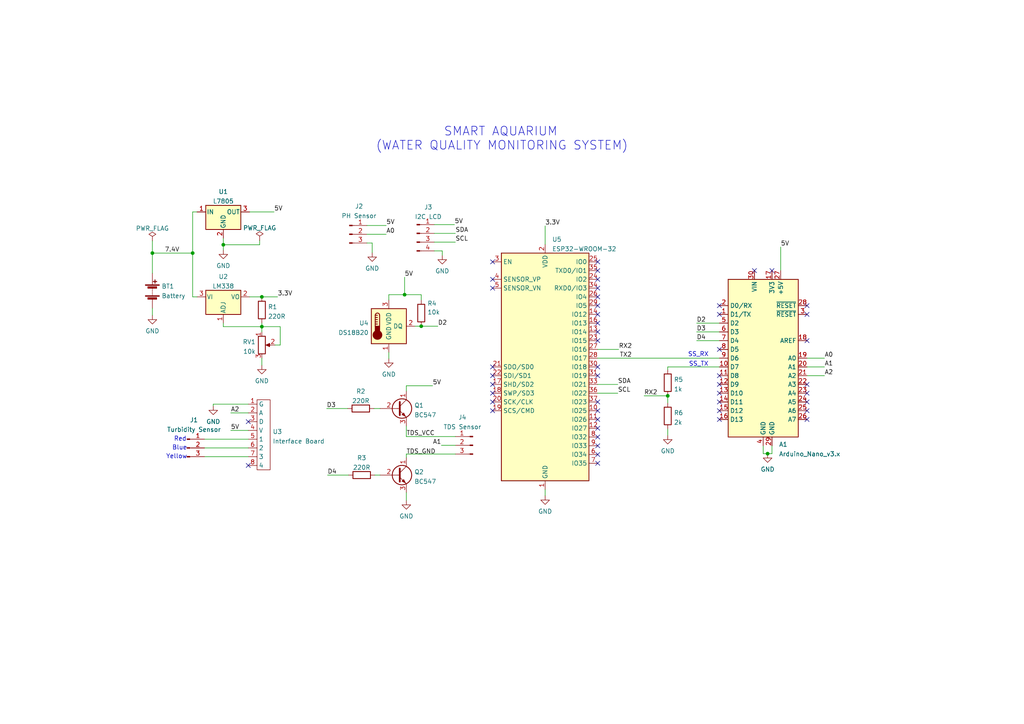
<source format=kicad_sch>
(kicad_sch (version 20211123) (generator eeschema)
  (paper "A4")
  (lib_symbols
    (symbol "Connector:Conn_01x03_Male" (pin_names (offset 1.016) hide)
      (property "Reference" "J" (at 0 5.08 0))
      (property "Value" "Conn_01x03_Male" (at 0 -5.08 0))
      (symbol "Conn_01x03_Male_1_1"
        (polyline (pts (xy 1.27 -2.54) (xy 0.8636 -2.54)) (stroke (width 0.1524)))
        (polyline (pts (xy 1.27 0) (xy 0.8636 0)) (stroke (width 0.1524)))
        (polyline (pts (xy 1.27 2.54) (xy 0.8636 2.54)) (stroke (width 0.1524)))
        (rectangle (start 0.8636 -2.413) (end 0 -2.667) (stroke (width 0.1524)) (fill (type outline)))
        (rectangle (start 0.8636 0.127) (end 0 -0.127) (stroke (width 0.1524)) (fill (type outline)))
        (rectangle (start 0.8636 2.667) (end 0 2.413) (stroke (width 0.1524)) (fill (type outline)))
        (pin passive line (at 5.08 2.54 180) (length 3.81) (name "Pin_1") (number "1"))
        (pin passive line (at 5.08 0 180) (length 3.81) (name "Pin_2") (number "2"))
        (pin passive line (at 5.08 -2.54 180) (length 3.81) (name "Pin_3") (number "3"))
      )
    )
    (symbol "Connector:Conn_01x04_Male" (pin_names (offset 1.016) hide)
      (property "Reference" "J" (at 0 5.08 0))
      (property "Value" "Conn_01x04_Male" (at 0 -7.62 0))
      (symbol "Conn_01x04_Male_1_1"
        (polyline (pts (xy 1.27 -5.08) (xy 0.8636 -5.08)) (stroke (width 0.1524)))
        (polyline (pts (xy 1.27 -2.54) (xy 0.8636 -2.54)) (stroke (width 0.1524)))
        (polyline (pts (xy 1.27 0) (xy 0.8636 0)) (stroke (width 0.1524)))
        (polyline (pts (xy 1.27 2.54) (xy 0.8636 2.54)) (stroke (width 0.1524)))
        (rectangle (start 0.8636 -4.953) (end 0 -5.207) (stroke (width 0.1524)) (fill (type outline)))
        (rectangle (start 0.8636 -2.413) (end 0 -2.667) (stroke (width 0.1524)) (fill (type outline)))
        (rectangle (start 0.8636 0.127) (end 0 -0.127) (stroke (width 0.1524)) (fill (type outline)))
        (rectangle (start 0.8636 2.667) (end 0 2.413) (stroke (width 0.1524)) (fill (type outline)))
        (pin passive line (at 5.08 2.54 180) (length 3.81) (name "Pin_1") (number "1"))
        (pin passive line (at 5.08 0 180) (length 3.81) (name "Pin_2") (number "2"))
        (pin passive line (at 5.08 -2.54 180) (length 3.81) (name "Pin_3") (number "3"))
        (pin passive line (at 5.08 -5.08 180) (length 3.81) (name "Pin_4") (number "4"))
      )
    )
    (symbol "Device:Battery" (pin_numbers hide) (pin_names (offset 0) hide)
      (property "Reference" "BT" (at 2.54 2.54 0))
      (property "Value" "Battery" (at 2.54 0 0))
      (symbol "Battery_0_1"
        (rectangle (start -2.032 -1.397) (end 2.032 -1.651) (fill (type outline)))
        (rectangle (start -2.032 1.778) (end 2.032 1.524) (fill (type outline)))
        (rectangle (start -1.3208 -1.9812) (end 1.27 -2.4892) (fill (type outline)))
        (rectangle (start -1.3208 1.1938) (end 1.27 0.6858) (fill (type outline)))
        (polyline (pts (xy 0 -1.524) (xy 0 -1.27)))
        (polyline (pts (xy 0 -1.016) (xy 0 -0.762)))
        (polyline (pts (xy 0 -0.508) (xy 0 -0.254)))
        (polyline (pts (xy 0 0) (xy 0 0.254)))
        (polyline (pts (xy 0 0.508) (xy 0 0.762)))
        (polyline (pts (xy 0 1.778) (xy 0 2.54)))
        (polyline (pts (xy 0.254 2.667) (xy 1.27 2.667)) (stroke (width 0.254)))
        (polyline (pts (xy 0.762 3.175) (xy 0.762 2.159)) (stroke (width 0.254)))
      )
      (symbol "Battery_1_1"
        (pin passive line (at 0 5.08 270) (length 2.54) (name "+") (number "1"))
        (pin passive line (at 0 -5.08 90) (length 2.54) (name "-") (number "2"))
      )
    )
    (symbol "Device:R" (pin_numbers hide) (pin_names (offset 0))
      (property "Reference" "R" (at 2.032 0 90))
      (property "Value" "R" (at 0 0 90))
      (symbol "R_0_1"
        (rectangle (start -1.016 -2.54) (end 1.016 2.54) (stroke (width 0.254)))
      )
      (symbol "R_1_1"
        (pin passive line (at 0 3.81 270) (length 1.27) (name "~") (number "1"))
        (pin passive line (at 0 -3.81 90) (length 1.27) (name "~") (number "2"))
      )
    )
    (symbol "Device:R_Potentiometer" (pin_names (offset 1.016) hide)
      (property "Reference" "RV" (at -4.445 0 90))
      (property "Value" "R_Potentiometer" (at -2.54 0 90))
      (symbol "R_Potentiometer_0_1"
        (polyline (pts (xy 2.54 0) (xy 1.524 0)))
        (polyline (pts (xy 1.143 0) (xy 2.286 0.508) (xy 2.286 -0.508) (xy 1.143 0)) (fill (type outline)))
        (rectangle (start 1.016 2.54) (end -1.016 -2.54) (stroke (width 0.254)))
      )
      (symbol "R_Potentiometer_1_1"
        (pin passive line (at 0 3.81 270) (length 1.27) (name "1") (number "1"))
        (pin passive line (at 3.81 0 180) (length 1.27) (name "2") (number "2"))
        (pin passive line (at 0 -3.81 90) (length 1.27) (name "3") (number "3"))
      )
    )
    (symbol "MCU_Module:Arduino_Nano_v3.x"
      (property "Reference" "A" (at -10.16 23.495 0))
      (property "Value" "Arduino_Nano_v3.x" (at 5.08 -24.13 0))
      (symbol "Arduino_Nano_v3.x_0_1"
        (rectangle (start -10.16 22.86) (end 10.16 -22.86) (stroke (width 0.254)) (fill (type background)))
      )
      (symbol "Arduino_Nano_v3.x_1_1"
        (pin bidirectional line (at -12.7 12.7 0) (length 2.54) (name "D1/TX") (number "1"))
        (pin bidirectional line (at -12.7 -2.54 0) (length 2.54) (name "D7") (number "10"))
        (pin bidirectional line (at -12.7 -5.08 0) (length 2.54) (name "D8") (number "11"))
        (pin bidirectional line (at -12.7 -7.62 0) (length 2.54) (name "D9") (number "12"))
        (pin bidirectional line (at -12.7 -10.16 0) (length 2.54) (name "D10") (number "13"))
        (pin bidirectional line (at -12.7 -12.7 0) (length 2.54) (name "D11") (number "14"))
        (pin bidirectional line (at -12.7 -15.24 0) (length 2.54) (name "D12") (number "15"))
        (pin bidirectional line (at -12.7 -17.78 0) (length 2.54) (name "D13") (number "16"))
        (pin power_out line (at 2.54 25.4 270) (length 2.54) (name "3V3") (number "17"))
        (pin input line (at 12.7 5.08 180) (length 2.54) (name "AREF") (number "18"))
        (pin bidirectional line (at 12.7 0 180) (length 2.54) (name "A0") (number "19"))
        (pin bidirectional line (at -12.7 15.24 0) (length 2.54) (name "D0/RX") (number "2"))
        (pin bidirectional line (at 12.7 -2.54 180) (length 2.54) (name "A1") (number "20"))
        (pin bidirectional line (at 12.7 -5.08 180) (length 2.54) (name "A2") (number "21"))
        (pin bidirectional line (at 12.7 -7.62 180) (length 2.54) (name "A3") (number "22"))
        (pin bidirectional line (at 12.7 -10.16 180) (length 2.54) (name "A4") (number "23"))
        (pin bidirectional line (at 12.7 -12.7 180) (length 2.54) (name "A5") (number "24"))
        (pin bidirectional line (at 12.7 -15.24 180) (length 2.54) (name "A6") (number "25"))
        (pin bidirectional line (at 12.7 -17.78 180) (length 2.54) (name "A7") (number "26"))
        (pin power_out line (at 5.08 25.4 270) (length 2.54) (name "+5V") (number "27"))
        (pin input line (at 12.7 15.24 180) (length 2.54) (name "~{RESET}") (number "28"))
        (pin power_in line (at 2.54 -25.4 90) (length 2.54) (name "GND") (number "29"))
        (pin input line (at 12.7 12.7 180) (length 2.54) (name "~{RESET}") (number "3"))
        (pin power_in line (at -2.54 25.4 270) (length 2.54) (name "VIN") (number "30"))
        (pin power_in line (at 0 -25.4 90) (length 2.54) (name "GND") (number "4"))
        (pin bidirectional line (at -12.7 10.16 0) (length 2.54) (name "D2") (number "5"))
        (pin bidirectional line (at -12.7 7.62 0) (length 2.54) (name "D3") (number "6"))
        (pin bidirectional line (at -12.7 5.08 0) (length 2.54) (name "D4") (number "7"))
        (pin bidirectional line (at -12.7 2.54 0) (length 2.54) (name "D5") (number "8"))
        (pin bidirectional line (at -12.7 0 0) (length 2.54) (name "D6") (number "9"))
      )
    )
    (symbol "RF_Module:ESP32-WROOM-32"
      (property "Reference" "U" (at -12.7 34.29 0))
      (property "Value" "ESP32-WROOM-32" (at 1.27 34.29 0))
      (symbol "ESP32-WROOM-32_0_1"
        (rectangle (start -12.7 33.02) (end 12.7 -33.02) (stroke (width 0.254)) (fill (type background)))
      )
      (symbol "ESP32-WROOM-32_1_1"
        (pin power_in line (at 0 -35.56 90) (length 2.54) (name "GND") (number "1"))
        (pin bidirectional line (at 15.24 -12.7 180) (length 2.54) (name "IO25") (number "10"))
        (pin bidirectional line (at 15.24 -15.24 180) (length 2.54) (name "IO26") (number "11"))
        (pin bidirectional line (at 15.24 -17.78 180) (length 2.54) (name "IO27") (number "12"))
        (pin bidirectional line (at 15.24 10.16 180) (length 2.54) (name "IO14") (number "13"))
        (pin bidirectional line (at 15.24 15.24 180) (length 2.54) (name "IO12") (number "14"))
        (pin passive line (at 0 -35.56 90) (length 2.54) hide (name "GND") (number "15"))
        (pin bidirectional line (at 15.24 12.7 180) (length 2.54) (name "IO13") (number "16"))
        (pin bidirectional line (at -15.24 -5.08 0) (length 2.54) (name "SHD/SD2") (number "17"))
        (pin bidirectional line (at -15.24 -7.62 0) (length 2.54) (name "SWP/SD3") (number "18"))
        (pin bidirectional line (at -15.24 -12.7 0) (length 2.54) (name "SCS/CMD") (number "19"))
        (pin power_in line (at 0 35.56 270) (length 2.54) (name "VDD") (number "2"))
        (pin bidirectional line (at -15.24 -10.16 0) (length 2.54) (name "SCK/CLK") (number "20"))
        (pin bidirectional line (at -15.24 0 0) (length 2.54) (name "SDO/SD0") (number "21"))
        (pin bidirectional line (at -15.24 -2.54 0) (length 2.54) (name "SDI/SD1") (number "22"))
        (pin bidirectional line (at 15.24 7.62 180) (length 2.54) (name "IO15") (number "23"))
        (pin bidirectional line (at 15.24 25.4 180) (length 2.54) (name "IO2") (number "24"))
        (pin bidirectional line (at 15.24 30.48 180) (length 2.54) (name "IO0") (number "25"))
        (pin bidirectional line (at 15.24 20.32 180) (length 2.54) (name "IO4") (number "26"))
        (pin bidirectional line (at 15.24 5.08 180) (length 2.54) (name "IO16") (number "27"))
        (pin bidirectional line (at 15.24 2.54 180) (length 2.54) (name "IO17") (number "28"))
        (pin bidirectional line (at 15.24 17.78 180) (length 2.54) (name "IO5") (number "29"))
        (pin input line (at -15.24 30.48 0) (length 2.54) (name "EN") (number "3"))
        (pin bidirectional line (at 15.24 0 180) (length 2.54) (name "IO18") (number "30"))
        (pin bidirectional line (at 15.24 -2.54 180) (length 2.54) (name "IO19") (number "31"))
        (pin no_connect line (at -12.7 -27.94 0) (length 2.54) hide (name "NC") (number "32"))
        (pin bidirectional line (at 15.24 -5.08 180) (length 2.54) (name "IO21") (number "33"))
        (pin bidirectional line (at 15.24 22.86 180) (length 2.54) (name "RXD0/IO3") (number "34"))
        (pin bidirectional line (at 15.24 27.94 180) (length 2.54) (name "TXD0/IO1") (number "35"))
        (pin bidirectional line (at 15.24 -7.62 180) (length 2.54) (name "IO22") (number "36"))
        (pin bidirectional line (at 15.24 -10.16 180) (length 2.54) (name "IO23") (number "37"))
        (pin passive line (at 0 -35.56 90) (length 2.54) hide (name "GND") (number "38"))
        (pin passive line (at 0 -35.56 90) (length 2.54) hide (name "GND") (number "39"))
        (pin input line (at -15.24 25.4 0) (length 2.54) (name "SENSOR_VP") (number "4"))
        (pin input line (at -15.24 22.86 0) (length 2.54) (name "SENSOR_VN") (number "5"))
        (pin input line (at 15.24 -25.4 180) (length 2.54) (name "IO34") (number "6"))
        (pin input line (at 15.24 -27.94 180) (length 2.54) (name "IO35") (number "7"))
        (pin bidirectional line (at 15.24 -20.32 180) (length 2.54) (name "IO32") (number "8"))
        (pin bidirectional line (at 15.24 -22.86 180) (length 2.54) (name "IO33") (number "9"))
      )
    )
    (symbol "Regulator_Linear:L7805" (pin_names (offset 0.254))
      (property "Reference" "U" (at -3.81 3.175 0))
      (property "Value" "L7805" (at 0 3.175 0))
      (symbol "L7805_0_1"
        (rectangle (start -5.08 1.905) (end 5.08 -5.08) (stroke (width 0.254)) (fill (type background)))
      )
      (symbol "L7805_1_1"
        (pin power_in line (at -7.62 0 0) (length 2.54) (name "IN") (number "1"))
        (pin power_in line (at 0 -7.62 90) (length 2.54) (name "GND") (number "2"))
        (pin power_out line (at 7.62 0 180) (length 2.54) (name "OUT") (number "3"))
      )
    )
    (symbol "Regulator_Linear:LM317_TO-220" (pin_names (offset 0.254))
      (property "Reference" "U" (at -3.81 3.175 0))
      (property "Value" "LM317_TO-220" (at 0 3.175 0))
      (symbol "LM317_TO-220_0_1"
        (rectangle (start -5.08 1.905) (end 5.08 -5.08) (stroke (width 0.254)) (fill (type background)))
      )
      (symbol "LM317_TO-220_1_1"
        (pin input line (at 0 -7.62 90) (length 2.54) (name "ADJ") (number "1"))
        (pin power_out line (at 7.62 0 180) (length 2.54) (name "VO") (number "2"))
        (pin power_in line (at -7.62 0 0) (length 2.54) (name "VI") (number "3"))
      )
    )
    (symbol "Sensor_Temperature:DS18B20" (pin_names (offset 1.016))
      (property "Reference" "U" (at -3.81 6.35 0))
      (property "Value" "DS18B20" (at 6.35 6.35 0))
      (symbol "DS18B20_0_1"
        (rectangle (start -5.08 5.08) (end 5.08 -5.08) (stroke (width 0.254)) (fill (type background)))
        (circle (center -3.302 -2.54) (radius 1.27) (stroke (width 0.254)) (fill (type outline)))
        (rectangle (start -2.667 -1.905) (end -3.937 0) (stroke (width 0.254)) (fill (type outline)))
        (arc (start -2.667 3.175) (mid -3.302 3.81) (end -3.937 3.175) (stroke (width 0.254)))
        (polyline (pts (xy -3.937 0.635) (xy -3.302 0.635)) (stroke (width 0.254)))
        (polyline (pts (xy -3.937 1.27) (xy -3.302 1.27)) (stroke (width 0.254)))
        (polyline (pts (xy -3.937 1.905) (xy -3.302 1.905)) (stroke (width 0.254)))
        (polyline (pts (xy -3.937 2.54) (xy -3.302 2.54)) (stroke (width 0.254)))
        (polyline (pts (xy -3.937 3.175) (xy -3.937 0)) (stroke (width 0.254)))
        (polyline (pts (xy -3.937 3.175) (xy -3.302 3.175)) (stroke (width 0.254)))
        (polyline (pts (xy -2.667 3.175) (xy -2.667 0)) (stroke (width 0.254)))
      )
      (symbol "DS18B20_1_1"
        (pin power_in line (at 0 -7.62 90) (length 2.54) (name "GND") (number "1"))
        (pin bidirectional line (at 7.62 0 180) (length 2.54) (name "DQ") (number "2"))
        (pin power_in line (at 0 7.62 270) (length 2.54) (name "VDD") (number "3"))
      )
    )
    (symbol "Transistor_BJT:BC547" (pin_names (offset 0) hide)
      (property "Reference" "Q" (at 5.08 1.905 0))
      (property "Value" "BC547" (at 5.08 0 0))
      (symbol "BC547_0_1"
        (polyline (pts (xy 0 0) (xy 0.635 0)))
        (polyline (pts (xy 0.635 0.635) (xy 2.54 2.54)))
        (polyline (pts (xy 0.635 -0.635) (xy 2.54 -2.54) (xy 2.54 -2.54)))
        (polyline (pts (xy 0.635 1.905) (xy 0.635 -1.905) (xy 0.635 -1.905)) (stroke (width 0.508)))
        (polyline (pts (xy 1.27 -1.778) (xy 1.778 -1.27) (xy 2.286 -2.286) (xy 1.27 -1.778) (xy 1.27 -1.778)) (fill (type outline)))
        (circle (center 1.27 0) (radius 2.8194) (stroke (width 0.254)))
      )
      (symbol "BC547_1_1"
        (pin passive line (at 2.54 5.08 270) (length 2.54) (name "C") (number "1"))
        (pin input line (at -5.08 0 0) (length 5.08) (name "B") (number "2"))
        (pin passive line (at 2.54 -5.08 90) (length 2.54) (name "E") (number "3"))
      )
    )
    (symbol "Turbidity_Interface_Board:TIB"
      (property "Reference" "U" (at 0 4.445 0))
      (property "Value" "TIB" (at 0 2.54 0))
      (symbol "TIB_0_1"
        (rectangle (start -5.715 0) (end 14.605 -3.81) (stroke (width 0.1524)))
      )
      (symbol "TIB_1_1"
        (pin power_in line (at -4.445 -6.35 90) (length 2.54) (name "G") (number "1"))
        (pin output line (at -1.905 -6.35 90) (length 2.54) (name "A") (number "2"))
        (pin output line (at 0.635 -6.35 90) (length 2.54) (name "D") (number "3"))
        (pin power_in line (at 3.175 -6.35 90) (length 2.54) (name "V") (number "4"))
        (pin bidirectional line (at 5.715 -6.35 90) (length 2.54) (name "1") (number "5"))
        (pin bidirectional line (at 8.255 -6.35 90) (length 2.54) (name "2") (number "6"))
        (pin bidirectional line (at 10.795 -6.35 90) (length 2.54) (name "3") (number "7"))
        (pin bidirectional line (at 13.335 -6.35 90) (length 2.54) (name "4") (number "8"))
      )
    )
    (symbol "power:GND" (power) (pin_names (offset 0))
      (property "Value" "GND" (at 0 -3.81 0))
      (symbol "GND_0_1"
        (polyline (pts (xy 0 0) (xy 0 -1.27) (xy 1.27 -1.27) (xy 0 -2.54) (xy -1.27 -1.27) (xy 0 -1.27)))
      )
      (symbol "GND_1_1"
        (pin power_in line (at 0 0 270) (length 0) hide (name "GND") (number "1"))
      )
    )
    (symbol "power:PWR_FLAG" (power) (pin_numbers hide) (pin_names (offset 0) hide)
      (property "Value" "PWR_FLAG" (at 0 3.81 0))
      (symbol "PWR_FLAG_0_0"
        (pin power_out line (at 0 0 90) (length 0) (name "pwr") (number "1"))
      )
      (symbol "PWR_FLAG_0_1"
        (polyline (pts (xy 0 0) (xy 0 1.27) (xy -1.016 1.905) (xy 0 2.54) (xy 1.016 1.905) (xy 0 1.27)))
      )
    )
  )
  (junction (at 75.946 94.742))
  (junction (at 44.196 73.406))
  (junction (at 122.174 94.615))
  (junction (at 75.946 86.106))
  (junction (at 64.77 70.993))
  (junction (at 117.348 85.471))
  (junction (at 55.88 73.406))
  (junction (at 222.631 131.572))
  (junction (at 193.675 114.808))
  (no_connect (at 208.661 108.966))
  (no_connect (at 208.661 111.506))
  (no_connect (at 208.661 116.586))
  (no_connect (at 208.661 114.046))
  (no_connect (at 208.661 121.666))
  (no_connect (at 208.661 119.126))
  (no_connect (at 234.061 98.806))
  (no_connect (at 234.061 91.186))
  (no_connect (at 234.061 88.646))
  (no_connect (at 234.061 119.126))
  (no_connect (at 234.061 114.046))
  (no_connect (at 234.061 116.586))
  (no_connect (at 234.061 111.506))
  (no_connect (at 234.061 121.666))
  (no_connect (at 142.875 75.946))
  (no_connect (at 142.875 81.026))
  (no_connect (at 142.875 83.566))
  (no_connect (at 142.875 111.506))
  (no_connect (at 142.875 108.966))
  (no_connect (at 142.875 106.426))
  (no_connect (at 173.355 88.646))
  (no_connect (at 173.355 83.566))
  (no_connect (at 173.355 78.486))
  (no_connect (at 173.355 81.026))
  (no_connect (at 173.355 86.106))
  (no_connect (at 173.355 75.946))
  (no_connect (at 173.355 91.186))
  (no_connect (at 208.661 88.646))
  (no_connect (at 218.821 78.486))
  (no_connect (at 223.901 78.486))
  (no_connect (at 173.355 108.966))
  (no_connect (at 173.355 96.266))
  (no_connect (at 173.355 106.426))
  (no_connect (at 173.355 98.806))
  (no_connect (at 173.355 93.726))
  (no_connect (at 173.355 131.826))
  (no_connect (at 173.355 126.746))
  (no_connect (at 173.355 134.366))
  (no_connect (at 173.355 129.286))
  (no_connect (at 173.355 119.126))
  (no_connect (at 173.355 116.586))
  (no_connect (at 173.355 121.666))
  (no_connect (at 173.355 124.206))
  (no_connect (at 142.875 119.126))
  (no_connect (at 142.875 114.046))
  (no_connect (at 142.875 116.586))
  (no_connect (at 72.009 135.001))
  (no_connect (at 72.009 122.301))
  (no_connect (at 208.661 91.186))
  (no_connect (at 208.661 101.346))
  (wire (pts (xy 125.984 67.691) (xy 132.08 67.691)))
  (wire (pts (xy 44.196 69.85) (xy 44.196 73.406)))
  (wire (pts (xy 117.856 111.887) (xy 125.476 111.887)))
  (wire (pts (xy 158.115 65.532) (xy 158.115 70.866)))
  (wire (pts (xy 61.849 117.729) (xy 61.849 117.221)))
  (wire (pts (xy 64.77 69.088) (xy 64.77 70.993)))
  (wire (pts (xy 193.675 114.808) (xy 193.675 116.84)))
  (wire (pts (xy 117.348 85.471) (xy 122.174 85.471)))
  (wire (pts (xy 221.361 129.286) (xy 221.361 131.572)))
  (wire (pts (xy 106.426 65.405) (xy 112.014 65.405)))
  (wire (pts (xy 55.88 73.406) (xy 55.88 86.106)))
  (wire (pts (xy 125.984 72.771) (xy 128.27 72.771)))
  (wire (pts (xy 234.061 106.426) (xy 239.141 106.426)))
  (wire (pts (xy 108.712 137.795) (xy 110.236 137.795)))
  (wire (pts (xy 59.309 132.461) (xy 72.009 132.461)))
  (wire (pts (xy 64.77 70.993) (xy 64.77 72.517)))
  (wire (pts (xy 128.27 72.771) (xy 128.27 74.041)))
  (wire (pts (xy 81.28 100.076) (xy 81.28 94.742)))
  (wire (pts (xy 66.929 124.841) (xy 72.009 124.841)))
  (wire (pts (xy 186.817 114.808) (xy 193.675 114.808)))
  (wire (pts (xy 44.196 89.408) (xy 44.196 91.44)))
  (wire (pts (xy 61.849 117.221) (xy 72.009 117.221)))
  (wire (pts (xy 75.311 69.723) (xy 75.311 70.993)))
  (wire (pts (xy 202.057 98.806) (xy 208.661 98.806)))
  (wire (pts (xy 125.984 70.231) (xy 132.08 70.231)))
  (wire (pts (xy 223.901 129.286) (xy 223.901 131.572)))
  (wire (pts (xy 117.856 113.411) (xy 117.856 111.887)))
  (wire (pts (xy 193.675 124.46) (xy 193.675 126.238)))
  (wire (pts (xy 81.28 94.742) (xy 75.946 94.742)))
  (wire (pts (xy 223.901 131.572) (xy 222.631 131.572)))
  (wire (pts (xy 75.946 93.726) (xy 75.946 94.742)))
  (wire (pts (xy 234.061 108.966) (xy 239.141 108.966)))
  (wire (pts (xy 226.441 71.628) (xy 226.441 78.486)))
  (wire (pts (xy 59.309 127.381) (xy 72.009 127.381)))
  (wire (pts (xy 112.776 86.995) (xy 112.776 85.471)))
  (wire (pts (xy 173.355 101.346) (xy 179.451 101.346)))
  (wire (pts (xy 64.77 93.726) (xy 64.77 94.742)))
  (wire (pts (xy 55.88 61.468) (xy 55.88 73.406)))
  (wire (pts (xy 122.174 85.471) (xy 122.174 86.995)))
  (wire (pts (xy 75.946 86.106) (xy 80.518 86.106)))
  (wire (pts (xy 173.355 111.506) (xy 179.197 111.506)))
  (wire (pts (xy 117.856 132.715) (xy 117.856 131.699)))
  (wire (pts (xy 59.309 129.921) (xy 72.009 129.921)))
  (wire (pts (xy 94.742 118.491) (xy 100.838 118.491)))
  (wire (pts (xy 106.426 67.945) (xy 112.014 67.945)))
  (wire (pts (xy 112.776 102.235) (xy 112.776 104.013)))
  (wire (pts (xy 234.061 103.886) (xy 239.141 103.886)))
  (wire (pts (xy 57.15 86.106) (xy 55.88 86.106)))
  (wire (pts (xy 158.115 141.986) (xy 158.115 143.764)))
  (wire (pts (xy 117.856 142.875) (xy 117.856 145.161)))
  (wire (pts (xy 122.174 94.615) (xy 127 94.615)))
  (wire (pts (xy 106.426 70.485) (xy 107.95 70.485)))
  (wire (pts (xy 55.88 61.468) (xy 57.15 61.468)))
  (wire (pts (xy 72.39 61.468) (xy 79.502 61.468)))
  (wire (pts (xy 44.196 73.406) (xy 44.196 79.248)))
  (wire (pts (xy 108.458 118.491) (xy 110.236 118.491)))
  (wire (pts (xy 117.348 80.391) (xy 117.348 85.471)))
  (wire (pts (xy 44.196 73.406) (xy 55.88 73.406)))
  (wire (pts (xy 66.929 119.761) (xy 72.009 119.761)))
  (wire (pts (xy 202.057 93.726) (xy 208.661 93.726)))
  (wire (pts (xy 79.756 100.076) (xy 81.28 100.076)))
  (wire (pts (xy 94.996 137.795) (xy 101.092 137.795)))
  (wire (pts (xy 120.396 94.615) (xy 122.174 94.615)))
  (wire (pts (xy 173.355 103.886) (xy 208.661 103.886)))
  (wire (pts (xy 125.984 65.151) (xy 131.826 65.151)))
  (wire (pts (xy 128.016 129.159) (xy 132.08 129.159)))
  (wire (pts (xy 75.946 94.742) (xy 75.946 96.266)))
  (wire (pts (xy 75.946 103.886) (xy 75.946 105.918)))
  (wire (pts (xy 64.77 94.742) (xy 75.946 94.742)))
  (wire (pts (xy 112.776 85.471) (xy 117.348 85.471)))
  (wire (pts (xy 202.057 96.266) (xy 208.661 96.266)))
  (wire (pts (xy 72.39 86.106) (xy 75.946 86.106)))
  (wire (pts (xy 208.661 106.426) (xy 193.675 106.426)))
  (wire (pts (xy 117.856 123.571) (xy 117.856 126.619)))
  (wire (pts (xy 117.856 131.699) (xy 132.08 131.699)))
  (wire (pts (xy 221.361 131.572) (xy 222.631 131.572)))
  (wire (pts (xy 117.856 126.619) (xy 132.08 126.619)))
  (wire (pts (xy 193.675 106.426) (xy 193.675 107.188)))
  (wire (pts (xy 107.95 70.485) (xy 107.95 73.279)))
  (wire (pts (xy 75.311 70.993) (xy 64.77 70.993)))
  (wire (pts (xy 173.355 114.046) (xy 179.197 114.046)))
  (text "Red" (at 50.419 128.143 0) (effects (font (size 1.27 1.27)) (justify left bottom)))
  (text "SS_RX" (at 199.517 103.632 0) (effects (font (size 1.27 1.27)) (justify left bottom)))
  (text "Blue" (at 49.911 130.683 0) (effects (font (size 1.27 1.27)) (justify left bottom)))
  (text "		SMART AQUARIUM\n(WATER QUALITY MONITORING SYSTEM)" (at 108.966 43.815 0) (effects (font (size 2.54 2.54)) (justify left bottom)))
  (text "Yellow" (at 48.133 133.223 0) (effects (font (size 1.27 1.27)) (justify left bottom)))
  (text "SS_TX" (at 199.771 106.426 0) (effects (font (size 1.27 1.27)) (justify left bottom)))
  (label "A2" (at 66.929 119.761 0))
  (label "D3" (at 202.057 96.266 0))
  (label "3.3V" (at 80.518 86.106 0))
  (label "5V" (at 131.826 65.151 0))
  (label "A2" (at 239.141 108.966 0))
  (label "3.3V" (at 158.115 65.532 0))
  (label "RX2" (at 179.451 101.346 0))
  (label "A0" (at 239.141 103.886 0))
  (label "TDS_VCC" (at 117.856 126.619 0))
  (label "5V" (at 112.014 65.405 0))
  (label "TDS_GND" (at 117.856 131.953 0))
  (label "D3" (at 94.742 118.491 0))
  (label "A1" (at 239.141 106.426 0))
  (label "SDA" (at 132.08 67.691 0))
  (label "SCL" (at 132.08 70.231 0))
  (label "RX2" (at 186.817 114.808 0))
  (label "D4" (at 94.996 137.795 0))
  (label "5V" (at 66.929 124.841 0))
  (label "A0" (at 112.014 67.945 0))
  (label "5V" (at 79.502 61.468 0))
  (label "D2" (at 127 94.615 0))
  (label "D2" (at 202.057 93.726 0))
  (label "D4" (at 202.057 98.806 0))
  (label "5V" (at 117.348 80.391 0))
  (label "7.4V" (at 47.752 73.406 0))
  (label "A1" (at 128.016 129.159 180))
  (label "SCL" (at 179.197 114.046 0))
  (label "5V" (at 226.441 71.628 0))
  (label "TX2" (at 179.705 103.886 0))
  (label "SDA" (at 179.197 111.506 0))
  (label "5V" (at 125.476 111.887 0))
  (symbol (lib_id "power:GND") (at 193.675 126.238 0) (unit 1)
    (property "Reference" "#PWR010" (effects hide))
    (property "Value" "GND" (at 193.675 130.8005 0))
  )
  (symbol (lib_id "Device:Battery") (at 44.196 84.328 0) (unit 1)
    (property "Reference" "BT1" (at 46.863 83.0385 0) (effects (justify left)))
    (property "Value" "Battery" (at 46.863 85.8136 0) (effects (justify left)))
  )
  (symbol (lib_id "Device:R") (at 193.675 110.998 0) (unit 1)
    (property "Reference" "R5" (at 195.453 110.0895 0) (effects (justify left)))
    (property "Value" "1k" (at 195.453 112.8646 0) (effects (justify left)))
  )
  (symbol (lib_id "Connector:Conn_01x03_Male") (at 101.346 67.945 0) (unit 1)
    (property "Reference" "J2" (at 104.14 59.8359 0))
    (property "Value" "PH Sensor" (at 104.14 62.611 0))
  )
  (symbol (lib_id "Turbidity_Interface_Board:TIB") (at 78.359 121.666 270) (unit 1)
    (property "Reference" "U3" (at 79.0702 125.2025 90) (effects (justify left)))
    (property "Value" "Interface Board" (at 79.0702 127.9776 90) (effects (justify left)))
  )
  (symbol (lib_id "power:GND") (at 61.849 117.729 0) (unit 1)
    (property "Reference" "#PWR02" (effects hide))
    (property "Value" "GND" (at 61.849 122.2915 0))
  )
  (symbol (lib_id "Connector:Conn_01x03_Male") (at 54.229 129.921 0) (unit 1)
    (property "Reference" "J1" (at 56.261 121.8119 0))
    (property "Value" "Turbidity Sensor" (at 56.261 124.587 0))
  )
  (symbol (lib_id "Device:R") (at 75.946 89.916 0) (unit 1)
    (property "Reference" "R1" (at 77.724 89.0075 0) (effects (justify left)))
    (property "Value" "220R" (at 77.724 91.7826 0) (effects (justify left)))
  )
  (symbol (lib_id "power:GND") (at 158.115 143.764 0) (unit 1)
    (property "Reference" "#PWR09" (effects hide))
    (property "Value" "GND" (at 158.115 148.3265 0))
  )
  (symbol (lib_id "Transistor_BJT:BC547") (at 115.316 137.795 0) (unit 1)
    (property "Reference" "Q2" (at 120.1674 136.8865 0) (effects (justify left)))
    (property "Value" "BC547" (at 120.1674 139.6616 0) (effects (justify left)))
    (property "Footprint" "Package_TO_SOT_THT:TO-92_Inline" (effects hide))
    (property "Datasheet" "https://www.onsemi.com/pub/Collateral/BC550-D.pdf" (effects hide))
  )
  (symbol (lib_id "power:GND") (at 128.27 74.041 0) (unit 1)
    (property "Reference" "#PWR08" (effects hide))
    (property "Value" "GND" (at 128.27 78.6035 0))
  )
  (symbol (lib_id "Connector:Conn_01x04_Male") (at 120.904 67.691 0) (unit 1)
    (property "Reference" "J3" (at 124.206 60.0899 0))
    (property "Value" "I2C LCD" (at 124.206 62.865 0))
  )
  (symbol (lib_id "MCU_Module:Arduino_Nano_v3.x") (at 221.361 103.886 0) (unit 1)
    (property "Reference" "A1" (at 225.9204 128.8955 0) (effects (justify left)))
    (property "Value" "Arduino_Nano_v3.x" (at 225.9204 131.6706 0) (effects (justify left)))
    (property "Footprint" "Module:Arduino_Nano" (effects hide))
    (property "Datasheet" "http://www.mouser.com/pdfdocs/Gravitech_Arduino_Nano3_0.pdf" (effects hide))
  )
  (symbol (lib_id "Device:R") (at 122.174 90.805 0) (unit 1)
    (property "Reference" "R4" (at 123.952 88.011 0) (effects (justify left)))
    (property "Value" "10k" (at 123.952 90.551 0) (effects (justify left)))
  )
  (symbol (lib_id "Device:R_Potentiometer") (at 75.946 100.076 0) (unit 1)
    (property "Reference" "RV1" (at 74.1681 99.1675 0) (effects (justify right)))
    (property "Value" "10k" (at 74.1681 101.9426 0) (effects (justify right)))
  )
  (symbol (lib_id "Regulator_Linear:LM317_TO-220") (at 64.77 86.106 0) (unit 1)
    (property "Reference" "U2" (at 64.77 80.2345 0))
    (property "Value" "LM338" (at 64.77 83.0096 0))
    (property "Footprint" "Package_TO_SOT_THT:TO-220-3_Vertical" (effects hide))
    (property "Datasheet" "http://www.ti.com/lit/ds/symlink/lm317.pdf" (effects hide))
  )
  (symbol (lib_id "Device:R") (at 104.648 118.491 90) (unit 1)
    (property "Reference" "R2" (at 104.648 113.5085 90))
    (property "Value" "220R" (at 104.648 116.2836 90))
  )
  (symbol (lib_id "Regulator_Linear:L7805") (at 64.77 61.468 0) (unit 1)
    (property "Reference" "U1" (at 64.77 55.5965 0))
    (property "Value" "L7805" (at 64.77 58.3716 0))
    (property "Datasheet" "http://www.st.com/content/ccc/resource/technical/document/datasheet/41/4f/b3/b0/12/d4/47/88/CD00000444.pdf/files/CD00000444.pdf/jcr:content/translations/en.CD00000444.pdf" (effects hide))
  )
  (symbol (lib_id "Device:R") (at 104.902 137.795 90) (unit 1)
    (property "Reference" "R3" (at 104.902 132.8125 90))
    (property "Value" "220R" (at 104.902 135.5876 90))
  )
  (symbol (lib_id "power:GND") (at 64.77 72.517 0) (unit 1)
    (property "Reference" "#PWR03" (effects hide))
    (property "Value" "GND" (at 64.77 77.0795 0))
  )
  (symbol (lib_id "Device:R") (at 193.675 120.65 0) (unit 1)
    (property "Reference" "R6" (at 195.453 119.7415 0) (effects (justify left)))
    (property "Value" "2k" (at 195.453 122.5166 0) (effects (justify left)))
  )
  (symbol (lib_id "Connector:Conn_01x03_Male") (at 137.16 129.159 0) (mirror y) (unit 1)
    (property "Reference" "J4" (at 134.112 121.0499 0))
    (property "Value" "TDS Sensor" (at 134.112 123.825 0))
  )
  (symbol (lib_id "power:PWR_FLAG") (at 44.196 69.85 0) (unit 1)
    (property "Reference" "#FLG0101" (effects hide))
    (property "Value" "PWR_FLAG" (at 44.196 66.2455 0))
  )
  (symbol (lib_id "power:GND") (at 112.776 104.013 0) (unit 1)
    (property "Reference" "#PWR06" (effects hide))
    (property "Value" "GND" (at 112.776 108.5755 0))
  )
  (symbol (lib_id "Transistor_BJT:BC547") (at 115.316 118.491 0) (unit 1)
    (property "Reference" "Q1" (at 120.1674 117.5825 0) (effects (justify left)))
    (property "Value" "BC547" (at 120.1674 120.3576 0) (effects (justify left)))
    (property "Footprint" "Package_TO_SOT_THT:TO-92_Inline" (effects hide))
    (property "Datasheet" "https://www.onsemi.com/pub/Collateral/BC550-D.pdf" (effects hide))
  )
  (symbol (lib_id "power:PWR_FLAG") (at 75.311 69.723 0) (unit 1)
    (property "Reference" "#FLG0102" (effects hide))
    (property "Value" "PWR_FLAG" (at 75.311 66.1185 0))
  )
  (symbol (lib_id "power:GND") (at 44.196 91.44 0) (unit 1)
    (property "Reference" "#PWR01" (effects hide))
    (property "Value" "GND" (at 44.196 96.0025 0))
  )
  (symbol (lib_id "power:GND") (at 75.946 105.918 0) (unit 1)
    (property "Reference" "#PWR04" (effects hide))
    (property "Value" "GND" (at 75.946 110.4805 0))
  )
  (symbol (lib_id "power:GND") (at 107.95 73.279 0) (unit 1)
    (property "Reference" "#PWR05" (effects hide))
    (property "Value" "GND" (at 107.95 77.8415 0))
  )
  (symbol (lib_id "power:GND") (at 222.631 131.572 0) (unit 1)
    (property "Reference" "#PWR011" (effects hide))
    (property "Value" "GND" (at 222.631 136.1345 0))
  )
  (symbol (lib_id "RF_Module:ESP32-WROOM-32") (at 158.115 106.426 0) (unit 1)
    (property "Reference" "U5" (at 160.1344 69.4395 0) (effects (justify left)))
    (property "Value" "ESP32-WROOM-32" (at 160.1344 72.2146 0) (effects (justify left)))
    (property "Footprint" "RF_Module:ESP32-WROOM-32" (effects hide))
    (property "Datasheet" "https://www.espressif.com/sites/default/files/documentation/esp32-wroom-32_datasheet_en.pdf" (effects hide))
  )
  (symbol (lib_id "power:GND") (at 117.856 145.161 0) (unit 1)
    (property "Reference" "#PWR07" (effects hide))
    (property "Value" "GND" (at 117.856 149.7235 0))
  )
  (symbol (lib_id "Sensor_Temperature:DS18B20") (at 112.776 94.615 0) (unit 1)
    (property "Reference" "U4" (at 106.934 93.7065 0) (effects (justify right)))
    (property "Value" "DS18B20" (at 106.934 96.4816 0) (effects (justify right)))
    (property "Footprint" "Package_TO_SOT_THT:TO-92_Inline" (effects hide))
    (property "Datasheet" "http://datasheets.maximintegrated.com/en/ds/DS18B20.pdf" (effects hide))
  )
)
</source>
